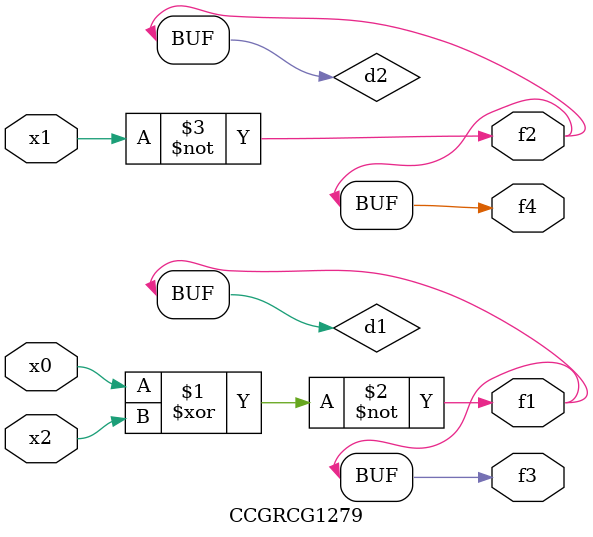
<source format=v>
module CCGRCG1279(
	input x0, x1, x2,
	output f1, f2, f3, f4
);

	wire d1, d2, d3;

	xnor (d1, x0, x2);
	nand (d2, x1);
	nor (d3, x1, x2);
	assign f1 = d1;
	assign f2 = d2;
	assign f3 = d1;
	assign f4 = d2;
endmodule

</source>
